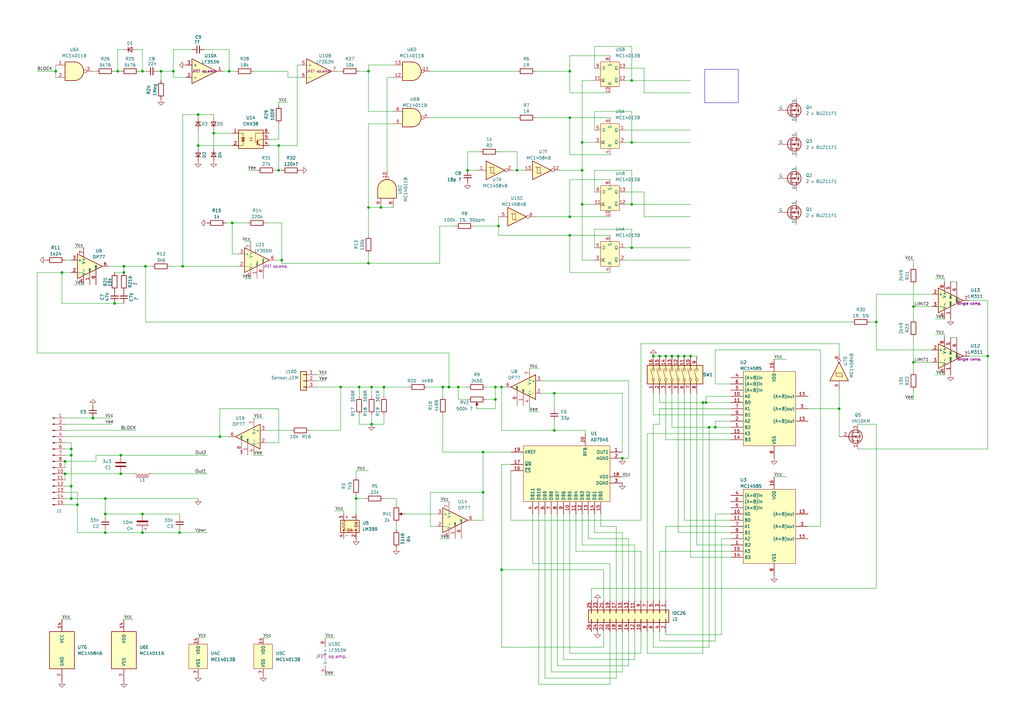
<source format=kicad_sch>
(kicad_sch (version 20230121) (generator eeschema)
  (paper "A3")
  (junction (at 184.15 158.75))
  (junction (at 66.04 29.21))
  (junction (at 29.21 186.69))
  (junction (at 151.13 85.09))
  (junction (at 29.21 184.15))
  (junction (at 212.09 69.85))
  (junction (at 115.57 106.68))
  (junction (at 50.8 109.22))
  (junction (at 204.47 92.71))
  (junction (at 26.67 189.23))
  (junction (at 58.42 218.44))
  (junction (at 147.32 158.75))
  (junction (at 25.4 111.76))
  (junction (at 43.18 210.82))
  (junction (at 259.08 101.6))
  (junction (at 267.97 146.05))
  (junction (at 114.3 69.85))
  (junction (at 259.08 83.82))
  (junction (at 151.13 29.21))
  (junction (at 290.83 175.26))
  (junction (at 22.86 29.21))
  (junction (at 191.77 69.85))
  (junction (at 259.08 33.02))
  (junction (at 374.65 148.59))
  (junction (at 275.59 146.05))
  (junction (at 46.99 124.46))
  (junction (at 405.13 146.05))
  (junction (at 48.26 29.21))
  (junction (at 81.28 46.99))
  (junction (at 181.61 158.75))
  (junction (at 238.76 69.85))
  (junction (at 344.17 167.64))
  (junction (at 227.33 176.53))
  (junction (at 156.21 85.09))
  (junction (at 73.66 218.44))
  (junction (at 288.29 165.1))
  (junction (at 203.2 158.75))
  (junction (at 205.74 233.68))
  (junction (at 49.53 186.69))
  (junction (at 29.21 204.47))
  (junction (at 95.25 91.44))
  (junction (at 31.75 207.01))
  (junction (at 50.8 111.76))
  (junction (at 283.21 146.05))
  (junction (at 139.7 158.75))
  (junction (at 359.41 132.08))
  (junction (at 71.12 29.21))
  (junction (at 114.3 59.69))
  (junction (at 273.05 146.05))
  (junction (at 255.27 187.96))
  (junction (at 81.28 59.69))
  (junction (at 238.76 83.82))
  (junction (at 233.68 88.9))
  (junction (at 151.13 107.95))
  (junction (at 227.33 161.29))
  (junction (at 152.4 173.99))
  (junction (at 74.93 109.22))
  (junction (at 233.68 96.52))
  (junction (at 93.98 29.21))
  (junction (at 87.63 54.61))
  (junction (at 278.13 146.05))
  (junction (at 203.2 163.83))
  (junction (at 293.37 175.26))
  (junction (at 280.67 146.05))
  (junction (at 238.76 58.42))
  (junction (at 90.17 179.07))
  (junction (at 233.68 29.21))
  (junction (at 58.42 210.82))
  (junction (at 152.4 158.75))
  (junction (at 43.18 218.44))
  (junction (at 157.48 158.75))
  (junction (at 187.96 158.75))
  (junction (at 58.42 29.21))
  (junction (at 49.53 194.31))
  (junction (at 233.68 48.26))
  (junction (at 270.51 146.05))
  (junction (at 59.69 109.22))
  (junction (at 146.05 204.47))
  (junction (at 289.56 165.1))
  (junction (at 43.18 204.47))
  (junction (at 374.65 125.73))
  (junction (at 198.12 185.42))
  (junction (at 205.74 158.75))
  (junction (at 259.08 58.42))
  (junction (at 29.21 199.39))
  (junction (at 198.12 201.93))
  (junction (at 38.1 171.45))
  (junction (at 26.67 194.31))
  (wire (pts (xy 66.04 29.21) (xy 64.77 29.21)))
  (wire (pts (xy 233.68 267.97) (xy 262.89 267.97)))
  (wire (pts (xy 227.33 161.29) (xy 255.27 161.29)))
  (wire (pts (xy 186.69 92.71) (xy 180.34 92.71)))
  (wire (pts (xy 405.13 123.19) (xy 405.13 146.05)))
  (wire (pts (xy 387.35 153.67) (xy 383.54 153.67)))
  (wire (pts (xy 102.87 114.3) (xy 100.33 114.3)))
  (wire (pts (xy 25.4 254) (xy 29.21 254)))
  (wire (pts (xy 273.05 161.29) (xy 273.05 180.34)))
  (wire (pts (xy 81.28 261.62) (xy 83.82 261.62)))
  (wire (pts (xy 243.84 19.05) (xy 259.08 19.05)))
  (wire (pts (xy 252.73 278.13) (xy 252.73 259.08)))
  (wire (pts (xy 118.11 31.75) (xy 123.19 31.75)))
  (wire (pts (xy 227.33 172.72) (xy 227.33 176.53)))
  (wire (pts (xy 344.17 140.97) (xy 344.17 144.78)))
  (wire (pts (xy 293.37 143.51) (xy 293.37 157.48)))
  (wire (pts (xy 250.19 73.66) (xy 233.68 73.66)))
  (wire (pts (xy 285.75 223.52) (xy 299.72 223.52)))
  (wire (pts (xy 203.2 158.75) (xy 205.74 158.75)))
  (wire (pts (xy 233.68 22.86) (xy 233.68 29.21)))
  (wire (pts (xy 204.47 88.9) (xy 204.47 92.71)))
  (wire (pts (xy 223.52 278.13) (xy 252.73 278.13)))
  (wire (pts (xy 43.18 204.47) (xy 81.28 204.47)))
  (wire (pts (xy 264.16 27.94) (xy 264.16 38.1)))
  (wire (pts (xy 198.12 201.93) (xy 176.53 201.93)))
  (wire (pts (xy 283.21 58.42) (xy 259.08 58.42)))
  (wire (pts (xy 15.24 29.21) (xy 22.86 29.21)))
  (wire (pts (xy 157.48 173.99) (xy 157.48 170.18)))
  (wire (pts (xy 176.53 29.21) (xy 212.09 29.21)))
  (wire (pts (xy 233.68 96.52) (xy 204.47 96.52)))
  (wire (pts (xy 288.29 165.1) (xy 270.51 165.1)))
  (wire (pts (xy 26.67 199.39) (xy 29.21 199.39)))
  (wire (pts (xy 255.27 195.58) (xy 257.81 195.58)))
  (wire (pts (xy 29.21 204.47) (xy 29.21 199.39)))
  (wire (pts (xy 46.99 124.46) (xy 25.4 124.46)))
  (wire (pts (xy 222.25 156.21) (xy 257.81 156.21)))
  (wire (pts (xy 217.17 168.91) (xy 220.98 168.91)))
  (wire (pts (xy 102.87 99.06) (xy 100.33 99.06)))
  (wire (pts (xy 275.59 146.05) (xy 278.13 146.05)))
  (wire (pts (xy 180.34 92.71) (xy 180.34 107.95)))
  (wire (pts (xy 243.84 101.6) (xy 243.84 93.98)))
  (wire (pts (xy 140.97 210.82) (xy 140.97 209.55)))
  (wire (pts (xy 241.3 220.98) (xy 257.81 220.98)))
  (wire (pts (xy 204.47 62.23) (xy 212.09 62.23)))
  (wire (pts (xy 87.63 54.61) (xy 87.63 60.96)))
  (wire (pts (xy 151.13 29.21) (xy 151.13 45.72)))
  (wire (pts (xy 81.28 46.99) (xy 74.93 46.99)))
  (wire (pts (xy 121.92 26.67) (xy 121.92 59.69)))
  (wire (pts (xy 34.29 101.6) (xy 30.48 101.6)))
  (wire (pts (xy 26.67 171.45) (xy 38.1 171.45)))
  (wire (pts (xy 246.38 215.9) (xy 252.73 215.9)))
  (wire (pts (xy 205.74 233.68) (xy 205.74 190.5)))
  (wire (pts (xy 43.18 204.47) (xy 43.18 210.82)))
  (wire (pts (xy 293.37 175.26) (xy 293.37 172.72)))
  (wire (pts (xy 101.6 69.85) (xy 105.41 69.85)))
  (wire (pts (xy 81.28 48.26) (xy 81.28 46.99)))
  (wire (pts (xy 293.37 262.89) (xy 293.37 210.82)))
  (wire (pts (xy 270.51 173.99) (xy 270.51 167.64)))
  (wire (pts (xy 228.6 210.82) (xy 228.6 273.05)))
  (wire (pts (xy 114.3 41.91) (xy 118.11 41.91)))
  (wire (pts (xy 280.67 161.29) (xy 280.67 213.36)))
  (wire (pts (xy 262.89 267.97) (xy 262.89 259.08)))
  (wire (pts (xy 50.8 109.22) (xy 59.69 109.22)))
  (wire (pts (xy 283.21 146.05) (xy 285.75 146.05)))
  (wire (pts (xy 293.37 210.82) (xy 299.72 210.82)))
  (wire (pts (xy 289.56 162.56) (xy 299.72 162.56)))
  (wire (pts (xy 73.66 218.44) (xy 85.09 218.44)))
  (wire (pts (xy 196.85 62.23) (xy 191.77 62.23)))
  (wire (pts (xy 54.61 194.31) (xy 49.53 194.31)))
  (wire (pts (xy 374.65 160.02) (xy 374.65 163.83)))
  (wire (pts (xy 243.84 69.85) (xy 259.08 69.85)))
  (wire (pts (xy 359.41 132.08) (xy 356.87 132.08)))
  (wire (pts (xy 270.51 167.64) (xy 299.72 167.64)))
  (wire (pts (xy 58.42 29.21) (xy 59.69 29.21)))
  (wire (pts (xy 71.12 20.32) (xy 71.12 29.21)))
  (wire (pts (xy 227.33 161.29) (xy 227.33 167.64)))
  (wire (pts (xy 59.69 132.08) (xy 349.25 132.08)))
  (wire (pts (xy 267.97 265.43) (xy 290.83 265.43)))
  (wire (pts (xy 199.39 158.75) (xy 203.2 158.75)))
  (wire (pts (xy 243.84 78.74) (xy 243.84 69.85)))
  (wire (pts (xy 204.47 92.71) (xy 194.31 92.71)))
  (wire (pts (xy 405.13 184.15) (xy 351.79 184.15)))
  (wire (pts (xy 26.67 191.77) (xy 26.67 189.23)))
  (wire (pts (xy 256.54 106.68) (xy 283.21 106.68)))
  (wire (pts (xy 191.77 69.85) (xy 191.77 62.23)))
  (wire (pts (xy 114.3 59.69) (xy 114.3 69.85)))
  (wire (pts (xy 151.13 104.14) (xy 151.13 107.95)))
  (wire (pts (xy 45.72 171.45) (xy 38.1 171.45)))
  (wire (pts (xy 26.67 207.01) (xy 31.75 207.01)))
  (wire (pts (xy 115.57 107.95) (xy 151.13 107.95)))
  (wire (pts (xy 278.13 218.44) (xy 299.72 218.44)))
  (wire (pts (xy 260.35 270.51) (xy 260.35 259.08)))
  (wire (pts (xy 181.61 162.56) (xy 181.61 158.75)))
  (wire (pts (xy 293.37 157.48) (xy 299.72 157.48)))
  (wire (pts (xy 50.8 254) (xy 54.61 254)))
  (wire (pts (xy 26.67 176.53) (xy 55.88 176.53)))
  (wire (pts (xy 29.21 181.61) (xy 26.67 181.61)))
  (wire (pts (xy 26.67 189.23) (xy 39.37 189.23)))
  (wire (pts (xy 288.29 165.1) (xy 289.56 165.1)))
  (wire (pts (xy 205.74 176.53) (xy 205.74 158.75)))
  (wire (pts (xy 283.21 38.1) (xy 264.16 38.1)))
  (wire (pts (xy 151.13 107.95) (xy 180.34 107.95)))
  (wire (pts (xy 161.29 45.72) (xy 151.13 45.72)))
  (wire (pts (xy 50.8 124.46) (xy 46.99 124.46)))
  (wire (pts (xy 283.21 88.9) (xy 264.16 88.9)))
  (wire (pts (xy 243.84 93.98) (xy 259.08 93.98)))
  (wire (pts (xy 250.19 22.86) (xy 233.68 22.86)))
  (wire (pts (xy 147.32 170.18) (xy 147.32 173.99)))
  (wire (pts (xy 285.75 161.29) (xy 285.75 223.52)))
  (wire (pts (xy 25.4 111.76) (xy 15.24 111.76)))
  (wire (pts (xy 44.45 109.22) (xy 50.8 109.22)))
  (wire (pts (xy 382.27 148.59) (xy 374.65 148.59)))
  (wire (pts (xy 280.67 146.05) (xy 283.21 146.05)))
  (wire (pts (xy 259.08 19.05) (xy 259.08 33.02)))
  (wire (pts (xy 344.17 167.64) (xy 344.17 179.07)))
  (wire (pts (xy 146.05 203.2) (xy 146.05 204.47)))
  (wire (pts (xy 382.27 120.65) (xy 359.41 120.65)))
  (wire (pts (xy 146.05 204.47) (xy 146.05 210.82)))
  (wire (pts (xy 257.81 187.96) (xy 255.27 187.96)))
  (wire (pts (xy 104.14 171.45) (xy 107.95 171.45)))
  (wire (pts (xy 243.84 210.82) (xy 243.84 218.44)))
  (wire (pts (xy 217.17 151.13) (xy 220.98 151.13)))
  (wire (pts (xy 129.54 153.67) (xy 133.35 153.67)))
  (wire (pts (xy 152.4 173.99) (xy 157.48 173.99)))
  (wire (pts (xy 39.37 189.23) (xy 39.37 186.69)))
  (wire (pts (xy 344.17 140.97) (xy 262.89 140.97)))
  (wire (pts (xy 43.18 204.47) (xy 29.21 204.47)))
  (wire (pts (xy 255.27 275.59) (xy 255.27 259.08)))
  (wire (pts (xy 38.1 29.21) (xy 39.37 29.21)))
  (wire (pts (xy 243.84 106.68) (xy 238.76 106.68)))
  (wire (pts (xy 152.4 158.75) (xy 152.4 162.56)))
  (wire (pts (xy 273.05 246.38) (xy 273.05 215.9)))
  (wire (pts (xy 256.54 27.94) (xy 264.16 27.94)))
  (wire (pts (xy 22.86 26.67) (xy 22.86 29.21)))
  (wire (pts (xy 176.53 215.9) (xy 179.07 215.9)))
  (wire (pts (xy 243.84 27.94) (xy 243.84 19.05)))
  (wire (pts (xy 205.74 233.68) (xy 247.65 233.68)))
  (wire (pts (xy 59.69 109.22) (xy 62.23 109.22)))
  (wire (pts (xy 257.81 220.98) (xy 257.81 246.38)))
  (wire (pts (xy 123.19 26.67) (xy 121.92 26.67)))
  (wire (pts (xy 114.3 181.61) (xy 114.3 167.64)))
  (wire (pts (xy 139.7 176.53) (xy 139.7 158.75)))
  (wire (pts (xy 152.4 158.75) (xy 157.48 158.75)))
  (wire (pts (xy 227.33 176.53) (xy 240.03 176.53)))
  (wire (pts (xy 238.76 69.85) (xy 238.76 83.82)))
  (wire (pts (xy 255.27 218.44) (xy 255.27 246.38)))
  (wire (pts (xy 223.52 210.82) (xy 223.52 278.13)))
  (wire (pts (xy 218.44 231.14) (xy 250.19 231.14)))
  (wire (pts (xy 179.07 210.82) (xy 166.37 210.82)))
  (wire (pts (xy 259.08 33.02) (xy 256.54 33.02)))
  (wire (pts (xy 104.14 186.69) (xy 107.95 186.69)))
  (wire (pts (xy 256.54 53.34) (xy 283.21 53.34)))
  (wire (pts (xy 87.63 46.99) (xy 81.28 46.99)))
  (wire (pts (xy 93.98 29.21) (xy 93.98 20.32)))
  (wire (pts (xy 270.51 259.08) (xy 270.51 262.89)))
  (wire (pts (xy 107.95 261.62) (xy 110.49 261.62)))
  (wire (pts (xy 243.84 58.42) (xy 238.76 58.42)))
  (wire (pts (xy 176.53 201.93) (xy 176.53 215.9)))
  (wire (pts (xy 151.13 50.8) (xy 151.13 85.09)))
  (wire (pts (xy 233.68 38.1) (xy 250.19 38.1)))
  (wire (pts (xy 26.67 196.85) (xy 26.67 194.31)))
  (wire (pts (xy 46.99 29.21) (xy 48.26 29.21)))
  (wire (pts (xy 43.18 218.44) (xy 43.18 217.17)))
  (wire (pts (xy 242.57 241.3) (xy 359.41 241.3)))
  (wire (pts (xy 260.35 223.52) (xy 260.35 246.38)))
  (wire (pts (xy 87.63 48.26) (xy 87.63 46.99)))
  (wire (pts (xy 48.26 20.32) (xy 48.26 29.21)))
  (wire (pts (xy 26.67 179.07) (xy 90.17 179.07)))
  (wire (pts (xy 220.98 210.82) (xy 220.98 280.67)))
  (wire (pts (xy 289.56 165.1) (xy 289.56 162.56)))
  (wire (pts (xy 205.74 158.75) (xy 207.01 158.75)))
  (wire (pts (xy 184.15 158.75) (xy 187.96 158.75)))
  (wire (pts (xy 283.21 161.29) (xy 283.21 228.6)))
  (wire (pts (xy 162.56 207.01) (xy 162.56 204.47)))
  (wire (pts (xy 293.37 175.26) (xy 299.72 175.26)))
  (wire (pts (xy 205.74 190.5) (xy 209.55 190.5)))
  (wire (pts (xy 195.58 69.85) (xy 191.77 69.85)))
  (wire (pts (xy 29.21 184.15) (xy 29.21 181.61)))
  (wire (pts (xy 73.66 217.17) (xy 73.66 218.44)))
  (wire (pts (xy 247.65 259.08) (xy 247.65 265.43)))
  (wire (pts (xy 115.57 91.44) (xy 115.57 106.68)))
  (wire (pts (xy 129.54 156.21) (xy 133.35 156.21)))
  (wire (pts (xy 222.25 161.29) (xy 227.33 161.29)))
  (wire (pts (xy 205.74 233.68) (xy 205.74 265.43)))
  (wire (pts (xy 133.35 261.62) (xy 137.16 261.62)))
  (wire (pts (xy 29.21 184.15) (xy 26.67 184.15)))
  (wire (pts (xy 270.51 146.05) (xy 273.05 146.05)))
  (wire (pts (xy 228.6 273.05) (xy 257.81 273.05)))
  (wire (pts (xy 344.17 160.02) (xy 344.17 167.64)))
  (wire (pts (xy 283.21 33.02) (xy 259.08 33.02)))
  (wire (pts (xy 387.35 115.57) (xy 387.35 114.3)))
  (wire (pts (xy 87.63 54.61) (xy 95.25 54.61)))
  (wire (pts (xy 184.15 220.98) (xy 180.34 220.98)))
  (wire (pts (xy 288.29 267.97) (xy 288.29 165.1)))
  (wire (pts (xy 374.65 138.43) (xy 374.65 148.59)))
  (wire (pts (xy 73.66 218.44) (xy 58.42 218.44)))
  (wire (pts (xy 359.41 120.65) (xy 359.41 132.08)))
  (wire (pts (xy 93.98 29.21) (xy 96.52 29.21)))
  (wire (pts (xy 205.74 176.53) (xy 227.33 176.53)))
  (wire (pts (xy 26.67 204.47) (xy 29.21 204.47)))
  (wire (pts (xy 50.8 109.22) (xy 50.8 111.76)))
  (wire (pts (xy 48.26 29.21) (xy 49.53 29.21)))
  (wire (pts (xy 226.06 275.59) (xy 255.27 275.59)))
  (wire (pts (xy 278.13 161.29) (xy 278.13 218.44)))
  (wire (pts (xy 181.61 158.75) (xy 184.15 158.75)))
  (wire (pts (xy 275.59 175.26) (xy 290.83 175.26)))
  (wire (pts (xy 187.96 163.83) (xy 187.96 158.75)))
  (wire (pts (xy 270.51 165.1) (xy 270.51 161.29)))
  (wire (pts (xy 344.17 167.64) (xy 331.47 167.64)))
  (wire (pts (xy 238.76 69.85) (xy 229.87 69.85)))
  (wire (pts (xy 73.66 212.09) (xy 73.66 210.82)))
  (wire (pts (xy 50.8 20.32) (xy 48.26 20.32)))
  (wire (pts (xy 95.25 104.14) (xy 95.25 91.44)))
  (wire (pts (xy 273.05 146.05) (xy 275.59 146.05)))
  (wire (pts (xy 238.76 58.42) (xy 238.76 69.85)))
  (wire (pts (xy 218.44 210.82) (xy 218.44 231.14)))
  (wire (pts (xy 283.21 228.6) (xy 299.72 228.6)))
  (wire (pts (xy 295.91 220.98) (xy 299.72 220.98)))
  (wire (pts (xy 31.75 201.93) (xy 26.67 201.93)))
  (wire (pts (xy 29.21 111.76) (xy 25.4 111.76)))
  (wire (pts (xy 76.2 31.75) (xy 71.12 31.75)))
  (wire (pts (xy 387.35 137.16) (xy 383.54 137.16)))
  (wire (pts (xy 140.97 209.55) (xy 137.16 209.55)))
  (wire (pts (xy 382.27 125.73) (xy 374.65 125.73)))
  (wire (pts (xy 43.18 210.82) (xy 43.18 212.09)))
  (wire (pts (xy 280.67 213.36) (xy 299.72 213.36)))
  (wire (pts (xy 138.43 29.21) (xy 139.7 29.21)))
  (wire (pts (xy 114.3 69.85) (xy 115.57 69.85)))
  (wire (pts (xy 71.12 29.21) (xy 66.04 29.21)))
  (wire (pts (xy 231.14 270.51) (xy 260.35 270.51)))
  (wire (pts (xy 93.98 29.21) (xy 91.44 29.21)))
  (wire (pts (xy 147.32 173.99) (xy 152.4 173.99)))
  (wire (pts (xy 231.14 210.82) (xy 231.14 270.51)))
  (wire (pts (xy 238.76 223.52) (xy 260.35 223.52)))
  (wire (pts (xy 243.84 218.44) (xy 255.27 218.44)))
  (wire (pts (xy 392.43 115.57) (xy 389.89 115.57)))
  (wire (pts (xy 95.25 91.44) (xy 92.71 91.44)))
  (wire (pts (xy 69.85 109.22) (xy 74.93 109.22)))
  (wire (pts (xy 129.54 158.75) (xy 139.7 158.75)))
  (wire (pts (xy 114.3 59.69) (xy 110.49 59.69)))
  (wire (pts (xy 151.13 50.8) (xy 161.29 50.8)))
  (wire (pts (xy 219.71 29.21) (xy 233.68 29.21)))
  (wire (pts (xy 49.53 186.69) (xy 85.09 186.69)))
  (wire (pts (xy 247.65 265.43) (xy 205.74 265.43)))
  (wire (pts (xy 15.24 111.76) (xy 15.24 144.78)))
  (wire (pts (xy 133.35 276.86) (xy 137.16 276.86)))
  (wire (pts (xy 181.61 185.42) (xy 198.12 185.42)))
  (wire (pts (xy 147.32 158.75) (xy 147.32 162.56)))
  (wire (pts (xy 283.21 83.82) (xy 259.08 83.82)))
  (wire (pts (xy 252.73 215.9) (xy 252.73 246.38)))
  (wire (pts (xy 121.92 59.69) (xy 114.3 59.69)))
  (wire (pts (xy 267.97 161.29) (xy 267.97 170.18)))
  (wire (pts (xy 198.12 185.42) (xy 209.55 185.42)))
  (wire (pts (xy 238.76 210.82) (xy 238.76 223.52)))
  (wire (pts (xy 270.51 262.89) (xy 293.37 262.89)))
  (wire (pts (xy 58.42 29.21) (xy 58.42 20.32)))
  (wire (pts (xy 176.53 48.26) (xy 212.09 48.26)))
  (wire (pts (xy 220.98 280.67) (xy 250.19 280.67)))
  (wire (pts (xy 233.68 210.82) (xy 233.68 267.97)))
  (wire (pts (xy 259.08 83.82) (xy 256.54 83.82)))
  (wire (pts (xy 114.3 50.8) (xy 114.3 57.15)))
  (wire (pts (xy 217.17 166.37) (xy 217.17 168.91)))
  (wire (pts (xy 156.21 85.09) (xy 161.29 85.09)))
  (wire (pts (xy 109.22 91.44) (xy 115.57 91.44)))
  (wire (pts (xy 255.27 185.42) (xy 255.27 161.29)))
  (wire (pts (xy 195.58 167.64) (xy 203.2 167.64)))
  (wire (pts (xy 331.47 215.9) (xy 336.55 215.9)))
  (wire (pts (xy 49.53 194.31) (xy 26.67 194.31)))
  (wire (pts (xy 114.3 43.18) (xy 114.3 41.91)))
  (wire (pts (xy 81.28 59.69) (xy 95.25 59.69)))
  (wire (pts (xy 265.43 259.08) (xy 265.43 267.97)))
  (wire (pts (xy 212.09 69.85) (xy 210.82 69.85)))
  (wire (pts (xy 246.38 210.82) (xy 246.38 215.9)))
  (wire (pts (xy 127 176.53) (xy 139.7 176.53)))
  (wire (pts (xy 250.19 231.14) (xy 250.19 246.38)))
  (wire (pts (xy 226.06 210.82) (xy 226.06 275.59)))
  (wire (pts (xy 238.76 33.02) (xy 238.76 58.42)))
  (wire (pts (xy 264.16 78.74) (xy 264.16 88.9)))
  (wire (pts (xy 29.21 186.69) (xy 29.21 184.15)))
  (wire (pts (xy 151.13 85.09) (xy 156.21 85.09)))
  (wire (pts (xy 212.09 62.23) (xy 212.09 69.85)))
  (wire (pts (xy 31.75 207.01) (xy 31.75 218.44)))
  (wire (pts (xy 115.57 106.68) (xy 113.03 106.68)))
  (wire (pts (xy 198.12 185.42) (xy 198.12 201.93)))
  (wire (pts (xy 317.5 195.58) (xy 322.58 195.58)))
  (wire (pts (xy 265.43 177.8) (xy 299.72 177.8)))
  (wire (pts (xy 270.51 226.06) (xy 299.72 226.06)))
  (wire (pts (xy 59.69 132.08) (xy 59.69 109.22)))
  (wire (pts (xy 161.29 26.67) (xy 151.13 26.67)))
  (wire (pts (xy 374.65 125.73) (xy 374.65 130.81)))
  (wire (pts (xy 22.86 29.21) (xy 22.86 31.75)))
  (wire (pts (xy 71.12 20.32) (xy 78.74 20.32)))
  (wire (pts (xy 151.13 26.67) (xy 151.13 29.21)))
  (wire (pts (xy 203.2 167.64) (xy 203.2 163.83)))
  (wire (pts (xy 25.4 124.46) (xy 25.4 111.76)))
  (wire (pts (xy 250.19 48.26) (xy 233.68 48.26)))
  (wire (pts (xy 267.97 259.08) (xy 267.97 265.43)))
  (wire (pts (xy 256.54 78.74) (xy 264.16 78.74)))
  (wire (pts (xy 29.21 199.39) (xy 29.21 186.69)))
  (wire (pts (xy 238.76 106.68) (xy 238.76 83.82)))
  (wire (pts (xy 87.63 53.34) (xy 87.63 54.61)))
  (wire (pts (xy 259.08 101.6) (xy 256.54 101.6)))
  (wire (pts (xy 90.17 167.64) (xy 90.17 179.07)))
  (wire (pts (xy 273.05 215.9) (xy 299.72 215.9)))
  (wire (pts (xy 187.96 158.75) (xy 191.77 158.75)))
  (wire (pts (xy 151.13 85.09) (xy 151.13 96.52)))
  (wire (pts (xy 233.68 111.76) (xy 233.68 96.52)))
  (wire (pts (xy 242.57 241.3) (xy 242.57 246.38)))
  (wire (pts (xy 194.31 213.36) (xy 198.12 213.36)))
  (wire (pts (xy 90.17 179.07) (xy 93.98 179.07)))
  (wire (pts (xy 73.66 210.82) (xy 58.42 210.82)))
  (wire (pts (xy 233.68 63.5) (xy 250.19 63.5)))
  (wire (pts (xy 259.08 69.85) (xy 259.08 83.82)))
  (wire (pts (xy 110.49 57.15) (xy 114.3 57.15)))
  (wire (pts (xy 43.18 218.44) (xy 58.42 218.44)))
  (wire (pts (xy 236.22 210.82) (xy 236.22 226.06)))
  (wire (pts (xy 359.41 143.51) (xy 382.27 143.51)))
  (wire (pts (xy 74.93 109.22) (xy 97.79 109.22)))
  (wire (pts (xy 374.65 106.68) (xy 372.11 106.68)))
  (wire (pts (xy 199.39 163.83) (xy 203.2 163.83)))
  (wire (pts (xy 209.55 193.04) (xy 209.55 213.36)))
  (wire (pts (xy 259.08 58.42) (xy 256.54 58.42)))
  (wire (pts (xy 198.12 201.93) (xy 198.12 213.36)))
  (wire (pts (xy 240.03 177.8) (xy 240.03 176.53)))
  (wire (pts (xy 158.75 31.75) (xy 158.75 69.85)))
  (wire (pts (xy 387.35 130.81) (xy 383.54 130.81)))
  (wire (pts (xy 31.75 218.44) (xy 43.18 218.44)))
  (wire (pts (xy 359.41 132.08) (xy 359.41 143.51)))
  (wire (pts (xy 233.68 73.66) (xy 233.68 88.9)))
  (wire (pts (xy 290.83 265.43) (xy 290.83 175.26)))
  (wire (pts (xy 152.4 170.18) (xy 152.4 173.99)))
  (wire (pts (xy 113.03 69.85) (xy 114.3 69.85)))
  (wire (pts (xy 162.56 204.47) (xy 157.48 204.47)))
  (wire (pts (xy 405.13 146.05) (xy 397.51 146.05)))
  (wire (pts (xy 247.65 233.68) (xy 247.65 246.38)))
  (wire (pts (xy 57.15 29.21) (xy 58.42 29.21)))
  (wire (pts (xy 31.75 207.01) (xy 31.75 201.93)))
  (wire (pts (xy 243.84 33.02) (xy 238.76 33.02)))
  (wire (pts (xy 262.89 226.06) (xy 262.89 246.38)))
  (wire (pts (xy 58.42 20.32) (xy 55.88 20.32)))
  (wire (pts (xy 118.11 29.21) (xy 118.11 31.75)))
  (wire (pts (xy 109.22 176.53) (xy 119.38 176.53)))
  (wire (pts (xy 267.97 170.18) (xy 299.72 170.18)))
  (wire (pts (xy 233.68 48.26) (xy 233.68 63.5)))
  (wire (pts (xy 374.65 109.22) (xy 374.65 106.68)))
  (wire (pts (xy 275.59 161.29) (xy 275.59 175.26)))
  (wire (pts (xy 204.47 92.71) (xy 204.47 96.52)))
  (wire (pts (xy 295.91 260.35) (xy 295.91 220.98)))
  (wire (pts (xy 262.89 140.97) (xy 262.89 213.36)))
  (wire (pts (xy 62.23 194.31) (xy 85.09 194.31)))
  (wire (pts (xy 81.28 53.34) (xy 81.28 59.69)))
  (wire (pts (xy 50.8 111.76) (xy 46.99 111.76)))
  (wire (pts (xy 250.19 280.67) (xy 250.19 259.08)))
  (wire (pts (xy 203.2 163.83) (xy 203.2 158.75)))
  (wire (pts (xy 359.41 173.99) (xy 351.79 173.99)))
  (wire (pts (xy 387.35 114.3) (xy 383.54 114.3)))
  (wire (pts (xy 405.13 184.15) (xy 405.13 146.05)))
  (wire (pts (xy 290.83 175.26) (xy 293.37 175.26)))
  (wire (pts (xy 243.84 83.82) (xy 238.76 83.82)))
  (wire (pts (xy 265.43 246.38) (xy 265.43 177.8)))
  (wire (pts (xy 147.32 158.75) (xy 152.4 158.75)))
  (wire (pts (xy 273.05 259.08) (xy 273.05 260.35)))
  (wire (pts (xy 243.84 53.34) (xy 243.84 45.72)))
  (wire (pts (xy 241.3 210.82) (xy 241.3 220.98)))
  (wire (pts (xy 146.05 195.58) (xy 146.05 193.04)))
  (wire (pts (xy 317.5 147.32) (xy 322.58 147.32)))
  (wire (pts (xy 267.97 146.05) (xy 270.51 146.05)))
  (wire (pts (xy 374.65 116.84) (xy 374.65 125.73)))
  (wire (pts (xy 374.65 163.83) (xy 372.11 163.83)))
  (wire (pts (xy 299.72 165.1) (xy 289.56 165.1)))
  (wire (pts (xy 273.05 260.35) (xy 295.91 260.35)))
  (wire (pts (xy 283.21 101.6) (xy 259.08 101.6)))
  (wire (pts (xy 109.22 181.61) (xy 114.3 181.61)))
  (wire (pts (xy 83.82 20.32) (xy 93.98 20.32)))
  (wire (pts (xy 115.57 107.95) (xy 115.57 106.68)))
  (wire (pts (xy 397.51 123.19) (xy 405.13 123.19)))
  (wire (pts (xy 233.68 48.26) (xy 219.71 48.26)))
  (wire (pts (xy 236.22 226.06) (xy 262.89 226.06)))
  (wire (pts (xy 209.55 213.36) (xy 262.89 213.36)))
  (wire (pts (xy 293.37 172.72) (xy 299.72 172.72)))
  (wire (pts (xy 175.26 158.75) (xy 181.61 158.75)))
  (wire (pts (xy 34.29 116.84) (xy 30.48 116.84)))
  (wire (pts (xy 81.28 59.69) (xy 81.28 60.96)))
  (wire (pts (xy 97.79 104.14) (xy 95.25 104.14)))
  (wire (pts (xy 257.81 156.21) (xy 257.81 187.96)))
  (wire (pts (xy 278.13 146.05) (xy 280.67 146.05)))
  (wire (pts (xy 214.63 69.85) (xy 212.09 69.85)))
  (wire (pts (xy 267.97 173.99) (xy 270.51 173.99)))
  (wire (pts (xy 191.77 163.83) (xy 187.96 163.83)))
  (wire (pts (xy 233.68 88.9) (xy 219.71 88.9)))
  (wire (pts (xy 66.04 33.02) (xy 66.04 29.21)))
  (wire (pts (xy 250.19 96.52) (xy 233.68 96.52)))
  (wire (pts (xy 184.15 144.78) (xy 184.15 158.75)))
  (wire (pts (xy 114.3 167.64) (xy 90.17 167.64)))
  (wire (pts (xy 26.67 173.99) (xy 45.72 173.99)))
  (wire (pts (xy 71.12 31.75) (xy 71.12 29.21)))
  (wire (pts (xy 259.08 93.98) (xy 259.08 101.6)))
  (wire (pts (xy 184.15 205.74) (xy 180.34 205.74)))
  (wire (pts (xy 95.25 91.44) (xy 101.6 91.44)))
  (wire (pts (xy 265.43 267.97) (xy 288.29 267.97)))
  (wire (pts (xy 392.43 138.43) (xy 389.89 138.43)))
  (wire (pts (xy 273.05 180.34) (xy 299.72 180.34)))
  (wire (pts (xy 250.19 88.9) (xy 233.68 88.9)))
  (wire (pts (xy 157.48 158.75) (xy 157.48 162.56)))
  (wire (pts (xy 267.97 246.38) (xy 267.97 173.99)))
  (wire (pts (xy 29.21 106.68) (xy 26.67 106.68)))
  (wire (pts (xy 270.51 226.06) (xy 270.51 246.38)))
  (wire (pts (xy 147.32 29.21) (xy 151.13 29.21)))
  (wire (pts (xy 387.35 138.43) (xy 387.35 137.16)))
  (wire (pts (xy 146.05 193.04) (xy 151.13 193.04)))
  (wire (pts (xy 250.19 111.76) (xy 233.68 111.76)))
  (wire (pts (xy 26.67 186.69) (xy 29.21 186.69)))
  (wire (pts (xy 158.75 31.75) (xy 161.29 31.75)))
  (wire (pts (xy 257.81 273.05) (xy 257.81 259.08)))
  (wire (pts (xy 104.14 29.21) (xy 118.11 29.21)))
  (wire (pts (xy 243.84 45.72) (xy 259.08 45.72)))
  (wire (pts (xy 181.61 170.18) (xy 181.61 185.42)))
  (wire (pts (xy 149.86 204.47) (xy 146.05 204.47)))
  (wire (pts (xy 374.65 148.59) (xy 374.65 152.4)))
  (wire (pts (xy 58.42 210.82) (xy 43.18 210.82)))
  (wire (pts (xy 74.93 46.99) (xy 74.93 109.22)))
  (wire (pts (xy 259.08 45.72) (xy 259.08 58.42)))
  (wire (pts (xy 162.56 214.63) (xy 162.56 217.17)))
  (wire (pts (xy 233.68 29.21) (xy 233.68 38.1)))
  (wire (pts (xy 359.41 173.99) (xy 359.41 241.3)))
  (wire (pts (xy 39.37 186.69) (xy 49.53 186.69)))
  (wire (pts (xy 336.55 215.9) (xy 336.55 143.51)))
  (wire (pts (xy 157.48 158.75) (xy 167.64 158.75)))
  (wire (pts (xy 15.24 144.78) (xy 184.15 144.78)))
  (wire (pts (xy 336.55 143.51) (xy 293.37 143.51)))
  (wire (pts (xy 139.7 158.75) (xy 147.32 158.75)))
  (rectangle (start 289.052 28.448) (end 302.768 42.164))
  (label "Vee" (at 184.15 220.98 180))
  (label "Vee" (at 217.17 168.91 0))
  (label "Vee" (at 130.81 156.21 0))
  (label "Vcc" (at 149.86 193.04 180))
  (label "Vcc" (at 133.35 261.62 0))
  (label "Vee" (at 387.35 130.81 180))
  (label "Vee" (at 374.65 163.83 180))
  (label "Vcc" (at 102.87 99.06 180))
  (label "BLOCK" (at 49.53 176.53 0))
  (label "Vcc" (at 107.95 261.62 0))
  (label "Vee" (at 101.6 69.85 0))
  (label "Vcc" (at 255.27 195.58 0))
  (label "Vcc" (at 374.65 106.68 180))
  (label "Vpwr" (at 80.01 218.44 0))
  (label "Vcc" (at 50.8 254 0))
  (label "Out2" (at 80.01 186.69 0))
  (label "Vcc" (at 81.28 261.62 0))
  (label "Vcc" (at 317.5 195.58 0))
  (label "Vee" (at 34.29 116.84 180))
  (label "Vcc" (at 114.3 41.91 0))
  (label "BLOCK" (at 15.24 29.21 0))
  (label "Vcc" (at 140.97 209.55 180))
  (label "Vee" (at 43.18 173.99 0))
  (label "Vcc" (at 130.81 153.67 0))
  (label "Vee" (at 387.35 153.67 180))
  (label "Vcc" (at 217.17 151.13 0))
  (label "Vcc" (at 43.18 171.45 0))
  (label "Out1" (at 80.01 194.31 0))
  (label "Vee" (at 104.14 186.69 0))
  (label "Vcc" (at 184.15 205.74 180))
  (label "Vcc" (at 387.35 137.16 180))
  (label "Vcc" (at 387.35 114.3 180))
  (label "Vee" (at 133.35 276.86 0))
  (label "Vcc" (at 317.5 147.32 0))
  (label "Vcc" (at 104.14 171.45 0))
  (label "LIMIT1" (at 381 148.59 180))
  (label "Vcc" (at 34.29 101.6 180))
  (label "Vcc" (at 25.4 254 0))
  (label "Vee" (at 102.87 114.3 180))
  (label "LIMIT2" (at 381 125.73 180))
  (symbol (lib_id "Device:R") (at 100.33 29.21 90) (unit 1)
    (property "Reference" "R28" (at 100.33 24.13 90))
    (property "Value" "18k" (at 100.33 26.67 90))
  )
  (symbol (lib_id "power:GND") (at 85.09 91.44 270) (mirror x) (unit 1)
    (property "Reference" "#PWR022" (effects hide))
    (property "Value" "GND" (effects hide))
  )
  (symbol (lib_id "Device:R") (at 146.05 199.39 0) (mirror y) (unit 1)
    (property "Reference" "R3" (at 140.97 199.39 90))
    (property "Value" "7k5" (at 143.51 199.39 90))
  )
  (symbol (lib_id "Device:C") (at 49.53 190.5 180) (unit 1)
    (property "Reference" "C1" (at 45.72 191.77 0) (effects (justify left)))
    (property "Value" "3u3" (at 45.72 189.23 0) (effects (justify left)))
  )
  (symbol (lib_id "Amplifier_Operational:OP77") (at 101.6 179.07 0) (mirror y) (unit 1)
    (property "Reference" "U16" (at 96.52 171.45 0) (effects (justify right)))
    (property "Value" "OP77" (at 95.25 173.99 0) (effects (justify right)))
    (property "Datasheet" "https://www.analog.com/media/en/technical-documentation/data-sheets/OP77.pdf" (effects hide))
    (property "No_pin_8" "X" (at 99.06 185.42 0))
  )
  (symbol (lib_id "Device:C_Small") (at 62.23 29.21 90) (mirror x) (unit 1)
    (property "Reference" "C8" (at 60.96 24.13 90) (effects (justify right)))
    (property "Value" "22n" (at 60.5224 26.1615 90) (effects (justify right)))
  )
  (symbol (lib_id "Device:Opamp_Dual") (at 130.81 29.21 0) (unit 2)
    (property "Reference" "U10" (at 133.35 22.86 0))
    (property "Value" "LF353N" (at 133.35 25.4 0))
    (property "Sim.Library" "${KICAD7_SYMBOL_DIR}/Simulation_SPICE.sp" (effects hide))
    (property "Sim.Name" "kicad_builtin_opamp_dual" (effects hide))
    (property "Sim.Device" "SUBCKT" (effects hide))
    (property "Sim.Pins" "1=out1 2=in1- 3=in1+ 4=vee 5=in2+ 6=in2- 7=out2 8=vcc" (effects hide))
    (property "Description" "JFET op.amp." (at 130.81 29.21 0) (effects (font (size 1 1))))
  )
  (symbol (lib_id "power:GND") (at 81.28 204.47 0) (unit 1)
    (property "Reference" "#PWR013" (effects hide))
    (property "Value" "GND" (effects hide))
  )
  (symbol (lib_id "Device:R") (at 215.9 29.21 90) (unit 1)
    (property "Reference" "R6" (at 215.9 24.13 90))
    (property "Value" "1R" (at 215.9 26.67 90))
  )
  (symbol (lib_id "power:GND") (at 38.1 166.37 180) (unit 1)
    (property "Reference" "#PWR012" (effects hide))
    (property "Value" "GND" (effects hide))
  )
  (symbol (lib_id "kpole:MC14585") (at 304.8 152.4 0) (unit 1)
    (property "Reference" "U2" (at 303.53 148.59 0) (effects (justify left)))
    (property "Value" "MC14585" (at 303.53 151.13 0) (effects (justify left)))
  )
  (symbol (lib_id "Device:Q_NMOS_SGD") (at 349.25 179.07 0) (unit 1)
    (property "Reference" "Q5" (at 350.52 170.18 0) (effects (justify left)))
    (property "Value" "VN10KM" (at 349.25 172.72 0) (effects (justify left)))
  )
  (symbol (lib_id "4xxx:4011") (at 50.8 266.7 0) (unit 5)
    (property "Reference" "U6" (at 57.15 265.43 0) (effects (justify left)))
    (property "Value" "MC14011B" (at 57.15 267.97 0) (effects (justify left)))
    (property "Datasheet" "http://www.intersil.com/content/dam/Intersil/documents/cd40/cd4011bms-12bms-23bms.pdf" (effects hide))
  )
  (symbol (lib_id "power:GND") (at 107.95 276.86 0) (unit 1)
    (property "Reference" "#PWR018" (effects hide))
    (property "Value" "GND" (effects hide))
  )
  (symbol (lib_id "Device:R") (at 147.32 166.37 0) (mirror x) (unit 1)
    (property "Reference" "R17" (at 144.78 168.91 90))
    (property "Value" "309R" (at 144.78 162.56 90))
  )
  (symbol (lib_id "Device:R") (at 119.38 69.85 90) (unit 1)
    (property "Reference" "R32" (at 119.38 64.77 90))
    (property "Value" "120k?" (at 119.38 67.31 90))
  )
  (symbol (lib_id "74xx:74HC14") (at 25.4 266.7 0) (unit 7)
    (property "Reference" "U7" (at 31.75 265.43 0) (effects (justify left)))
    (property "Value" "MC14584B" (at 31.75 267.97 0) (effects (justify left)))
    (property "Datasheet" "http://www.ti.com/lit/gpn/sn74HC14" (effects hide))
  )
  (symbol (lib_id "power:GND") (at 152.4 173.99 0) (unit 1)
    (property "Reference" "#PWR011" (effects hide))
    (property "Value" "GND" (effects hide))
  )
  (symbol (lib_id "Device:R") (at 43.18 29.21 90) (unit 1)
    (property "Reference" "R26" (at 43.18 24.13 90))
    (property "Value" "5k76" (at 43.18 26.67 90))
  )
  (symbol (lib_id "Device:R") (at 152.4 166.37 0) (mirror x) (unit 1)
    (property "Reference" "R18" (at 149.86 168.91 90))
    (property "Value" "309R" (at 149.86 162.56 90))
  )
  (symbol (lib_id "Device:C_Small") (at 43.18 214.63 180) (unit 1)
    (property "Reference" "C2" (at 40.64 215.8937 0) (effects (justify left)))
    (property "Value" "33n" (at 40.64 213.3537 0) (effects (justify left)))
  )
  (symbol (lib_id "power:GND") (at 191.77 74.93 0) (mirror y) (unit 1)
    (property "Reference" "#PWR019" (effects hide))
    (property "Value" "GND" (effects hide))
  )
  (symbol (lib_id "Device:R") (at 66.04 36.83 0) (mirror y) (unit 1)
    (property "Reference" "R24" (at 60.96 36.83 90))
    (property "Value" "1Meg" (at 63.5 36.83 90))
  )
  (symbol (lib_id "power:GND") (at 389.89 130.81 0) (mirror y) (unit 1)
    (property "Reference" "#PWR014" (effects hide))
    (property "Value" "GND" (effects hide))
  )
  (symbol (lib_id "Comparator:LM311") (at 389.89 123.19 0) (unit 1)
    (property "Reference" "U13" (at 400.05 118.9991 0))
    (property "Value" "LM311" (at 400.05 121.5391 0))
    (property "Datasheet" "https://www.st.com/resource/en/datasheet/lm311.pdf" (effects hide))
    (property "Description" "Single comp." (at 397.51 124.46 0) (effects (font (size 1 1))))
  )
  (symbol (lib_id "Device:R_Potentiometer") (at 162.56 210.82 0) (unit 1)
    (property "Reference" "RV1" (at 158.75 210.82 0))
    (property "Value" "2k" (at 158.75 213.36 0))
  )
  (symbol (lib_id "power:GND") (at 267.97 146.05 180) (unit 1)
    (property "Reference" "#PWR04" (effects hide))
    (property "Value" "GND" (effects hide))
  )
  (symbol (lib_id "Device:R") (at 53.34 29.21 90) (unit 1)
    (property "Reference" "R25" (at 53.34 24.13 90))
    (property "Value" "5k76" (at 53.34 26.67 90))
  )
  (symbol (lib_id "power:GND") (at 81.28 66.04 0) (unit 1)
    (property "Reference" "#PWR020" (effects hide))
    (property "Value" "GND" (effects hide))
  )
  (symbol (lib_id "Device:R") (at 66.04 109.22 270) (mirror x) (unit 1)
    (property "Reference" "R12" (at 66.04 104.14 90))
    (property "Value" "3k6" (at 66.04 106.68 90))
  )
  (symbol (lib_id "Device:R") (at 374.65 156.21 180) (unit 1)
    (property "Reference" "R22" (at 372.11 156.21 90))
    (property "Value" "10k" (at 369.57 156.21 90))
  )
  (symbol (lib_id "power:GND") (at 245.11 246.38 180) (unit 1)
    (property "Reference" "#PWR05" (effects hide))
    (property "Value" "GND" (effects hide))
  )
  (symbol (lib_id "Device:R") (at 46.99 115.57 180) (unit 1)
    (property "Reference" "R21" (at 43.18 115.57 90))
    (property "Value" "10k" (at 44.9944 115.7714 90))
  )
  (symbol (lib_id "Device:R") (at 215.9 48.26 90) (unit 1)
    (property "Reference" "R7" (at 215.9 43.18 90))
    (property "Value" "1R" (at 215.9 45.72 90))
  )
  (symbol (lib_id "power:GND") (at 317.5 236.22 0) (unit 1)
    (property "Reference" "#PWR01" (effects hide))
    (property "Value" "GND" (effects hide))
  )
  (symbol (lib_id "Device:D_Small") (at 53.34 20.32 0) (unit 1)
    (property "Reference" "D1" (at 53.34 17.78 0))
    (property "Value" "D_Small" (effects hide))
    (property "Sim.Device" "D" (effects hide))
    (property "Sim.Pins" "1=K 2=A" (effects hide))
  )
  (symbol (lib_id "power:GND") (at 255.27 198.12 0) (unit 1)
    (property "Reference" "#PWR02" (effects hide))
    (property "Value" "GND" (effects hide))
  )
  (symbol (lib_id "Switch:SW_DIP_x08") (at 278.13 153.67 90) (unit 1)
    (property "Reference" "SW1" (at 288.29 153.67 90) (effects (justify right)))
    (property "Value" "SW_DIP_x08" (effects hide))
  )
  (symbol (lib_id "74xx:74HC14") (at 203.2 69.85 0) (mirror x) (unit 1)
    (property "Reference" "U7" (at 205.74 73.66 0) (effects (justify right)))
    (property "Value" "MC14584B" (at 208.28 76.2 0) (effects (justify right)))
    (property "Datasheet" "http://www.ti.com/lit/gpn/sn74HC14" (effects hide))
  )
  (symbol (lib_id "Device:C_Small") (at 227.33 170.18 180) (unit 1)
    (property "Reference" "C6" (at 229.87 168.9036 0) (effects (justify right)))
    (property "Value" "33p" (at 229.87 171.4436 0) (effects (justify right)))
  )
  (symbol (lib_id "Device:R") (at 50.8 115.57 0) (mirror x) (unit 1)
    (property "Reference" "R21b" (at 53.34 115.57 90))
    (property "Value" "?" (at 55.4423 116.4193 90))
  )
  (symbol (lib_id "Comparator:LM311") (at 389.89 146.05 0) (unit 1)
    (property "Reference" "U12" (at 400.05 141.8591 0))
    (property "Value" "LM311" (at 400.05 144.3991 0))
    (property "Datasheet" "https://www.st.com/resource/en/datasheet/lm311.pdf" (effects hide))
    (property "Description" "Single comp." (at 397.51 147.32 0) (effects (font (size 1 1))))
  )
  (symbol (lib_id "kpole:AD7545") (at 214.63 182.88 0) (unit 1)
    (property "Reference" "U1" (at 242.2241 177.8 0) (effects (justify left)))
    (property "Value" "AD7545" (at 242.2241 180.34 0) (effects (justify left)))
  )
  (symbol (lib_id "Device:D_Small") (at 87.63 63.5 270) (unit 1)
    (property "Reference" "D4" (at 90.17 63.5 0))
    (property "Value" "D_Small" (effects hide))
    (property "Sim.Device" "D" (effects hide))
    (property "Sim.Pins" "1=K 2=A" (effects hide))
  )
  (symbol (lib_id "74xx:74HC14") (at 212.09 88.9 0) (mirror x) (unit 3)
    (property "Reference" "U15" (at 214.63 81.28 0) (effects (justify right)))
    (property "Value" "MC14584B" (at 215.9 83.82 0) (effects (justify right)))
    (property "Datasheet" "http://www.ti.com/lit/gpn/sn74HC14" (effects hide))
  )
  (symbol (lib_id "power:GND") (at 81.28 276.86 0) (unit 1)
    (property "Reference" "#PWR017" (effects hide))
    (property "Value" "GND" (effects hide))
  )
  (symbol (lib_id "kpole:MC14013B") (at 246.38 76.2 0) (unit 2)
    (property "Reference" "U4" (at 252.3841 71.12 0) (effects (justify left)))
    (property "Value" "MC14013B" (at 252.3841 73.66 0) (effects (justify left)))
  )
  (symbol (lib_id "Device:R") (at 374.65 134.62 180) (unit 1)
    (property "Reference" "R23" (at 372.11 134.62 90))
    (property "Value" "2k49" (at 369.57 134.62 90))
  )
  (symbol (lib_id "Reference_Voltage:LM399") (at 143.51 215.9 0) (unit 1)
    (property "Reference" "U5" (at 148.59 214.503 0) (effects (justify left)))
    (property "Value" "LM399" (at 148.59 217.043 0) (effects (justify left)))
    (property "Footprint" "Package_TO_SOT_THT:Analog_TO-46-4_ThermalShield" (effects hide))
    (property "Datasheet" "https://www.analog.com/media/en/technical-documentation/data-sheets/199399fc.pdf" (effects hide))
  )
  (symbol (lib_id "Device:R") (at 190.5 92.71 90) (unit 1)
    (property "Reference" "R8" (at 190.5 87.63 90))
    (property "Value" "100k, 1%, 50ppm" (at 190.5 90.17 90))
  )
  (symbol (lib_id "Amplifier_Operational:OP77") (at 36.83 109.22 0) (unit 1)
    (property "Reference" "U9" (at 41.91 102.87 0) (effects (justify right)))
    (property "Value" "OP77" (at 43.18 105.41 0) (effects (justify right)))
    (property "Datasheet" "https://www.analog.com/media/en/technical-documentation/data-sheets/OP77.pdf" (effects hide))
  )
  (symbol (lib_id "power:GND") (at 146.05 220.98 0) (mirror y) (unit 1)
    (property "Reference" "#PWR08" (effects hide))
    (property "Value" "GND" (effects hide))
  )
  (symbol (lib_id "Connector_Generic:Conn_01x03") (at 124.46 156.21 0) (mirror y) (unit 1)
    (property "Reference" "J100" (at 119.38 152.4 0))
    (property "Value" "Sensor_LEM" (at 116.84 154.94 0))
  )
  (symbol (lib_id "Device:R") (at 162.56 220.98 0) (mirror x) (unit 1)
    (property "Reference" "R4" (at 167.64 220.98 90))
    (property "Value" "51k6" (at 165.1 220.98 90))
  )
  (symbol (lib_id "Simulation_SPICE:NMOS") (at 324.104 45.212 0) (mirror x) (unit 1)
    (property "Reference" "Q4" (at 330.454 43.942 0) (effects (justify left)))
    (property "Value" "2 x BUZ11F1" (at 330.454 46.482 0) (effects (justify left)))
    (property "Datasheet" "https://ngspice.sourceforge.io/docs/ngspice-html-manual/manual.xhtml#cha_MOSFETs" (effects hide))
    (property "Sim.Device" "NMOS" (effects hide))
    (property "Sim.Type" "VDMOS" (effects hide))
    (property "Sim.Pins" "1=D 2=G 3=S" (effects hide))
  )
  (symbol (lib_id "4xxx:4011") (at 30.48 29.21 0) (unit 1)
    (property "Reference" "U6" (at 30.4717 20.32 0))
    (property "Value" "MC14011B" (at 30.4717 22.86 0))
    (property "Datasheet" "http://www.intersil.com/content/dam/Intersil/documents/cd40/cd4011bms-12bms-23bms.pdf" (effects hide))
  )
  (symbol (lib_id "Amplifier_Operational:OP77") (at 214.63 158.75 0) (mirror y) (unit 1)
    (property "Reference" "U8" (at 209.55 152.4 0) (effects (justify right)))
    (property "Value" "OP77" (at 208.28 154.94 0) (effects (justify right)))
    (property "Datasheet" "https://www.analog.com/media/en/technical-documentation/data-sheets/OP77.pdf" (effects hide))
  )
  (symbol (lib_id "power:GND") (at 255.27 187.96 0) (unit 1)
    (property "Reference" "#PWR03" (effects hide))
    (property "Value" "GND" (effects hide))
  )
  (symbol (lib_id "4xxx:4011") (at 158.75 77.47 270) (mirror x) (unit 3)
    (property "Reference" "U6" (at 164.084 77.724 0))
    (property "Value" "MC14011B" (at 166.37 77.724 0))
    (property "Datasheet" "http://www.intersil.com/content/dam/Intersil/documents/cd40/cd4011bms-12bms-23bms.pdf" (effects hide))
  )
  (symbol (lib_id "Device:C_Small") (at 50.8 121.92 180) (unit 1)
    (property "Reference" "C7b" (at 53.8225 123.7895 90) (effects (justify right)))
    (property "Value" "?" (at 55.88 123.19 90) (effects (justify right)))
  )
  (symbol (lib_id "4xxx:4011") (at 168.91 29.21 0) (mirror x) (unit 4)
    (property "Reference" "U6" (at 168.91 20.32 0))
    (property "Value" "MC14011B" (at 168.91 22.86 0))
    (property "Datasheet" "http://www.intersil.com/content/dam/Intersil/documents/cd40/cd4011bms-12bms-23bms.pdf" (effects hide))
  )
  (symbol (lib_id "Device:C_Small") (at 191.77 72.39 0) (mirror y) (unit 1)
    (property "Reference" "C8" (at 189.23 71.1263 0) (effects (justify left)))
    (property "Value" "18p ?" (at 189.23 73.6663 0) (effects (justify left)))
  )
  (symbol (lib_id "74xx:74HC14") (at 222.25 69.85 0) (mirror x) (unit 6)
    (property "Reference" "U7" (at 224.79 62.23 0) (effects (justify right)))
    (property "Value" "MC14584B" (at 226.06 64.77 0) (effects (justify right)))
    (property "Datasheet" "http://www.ti.com/lit/gpn/sn74HC14" (effects hide))
  )
  (symbol (lib_id "Device:L_Iron") (at 58.42 194.31 270) (unit 1)
    (property "Reference" "L1" (at 58.42 196.85 90))
    (property "Value" "L_Iron" (effects hide))
  )
  (symbol (lib_id "kpole:MC14585") (at 304.8 200.66 0) (unit 1)
    (property "Reference" "U3" (at 303.53 196.85 0) (effects (justify left)))
    (property "Value" "MC14585" (at 303.53 199.39 0) (effects (justify left)))
  )
  (symbol (lib_id "Device:C_Small") (at 38.1 168.91 180) (unit 1)
    (property "Reference" "C5" (at 35.56 168.9037 0) (effects (justify left)))
    (property "Value" "?" (effects hide))
  )
  (symbol (lib_id "Connector_Generic:Conn_02x13_Odd_Even") (at 257.81 251.46 270) (unit 1)
    (property "Reference" "J2" (at 275.59 254 90) (effects (justify left)))
    (property "Value" "IDC26" (at 275.59 251.46 90) (effects (justify left)))
  )
  (symbol (lib_id "Device:C_Small") (at 73.66 214.63 180) (unit 1)
    (property "Reference" "C3" (at 71.12 215.8937 0) (effects (justify left)))
    (property "Value" "33n" (at 71.12 213.3537 0) (effects (justify left)))
  )
  (symbol (lib_id "power:GND") (at 162.56 224.79 0) (mirror y) (unit 1)
    (property "Reference" "#PWR09" (effects hide))
    (property "Value" "GND" (effects hide))
  )
  (symbol (lib_id "power:GND") (at 245.11 259.08 0) (unit 1)
    (property "Reference" "#PWR06" (effects hide))
    (property "Value" "GND" (effects hide))
  )
  (symbol (lib_id "power:GND") (at 87.63 66.04 0) (unit 1)
    (property "Reference" "#PWR021" (effects hide))
    (property "Value" "GND" (effects hide))
  )
  (symbol (lib_id "Device:R") (at 200.66 62.23 90) (unit 1)
    (property "Reference" "R2" (at 200.66 59.69 90))
    (property "Value" "1k" (at 200.66 57.15 90))
  )
  (symbol (lib_id "Device:R") (at 123.19 176.53 270) (mirror x) (unit 1)
    (property "Reference" "R16" (at 125.73 179.07 90))
    (property "Value" "10k" (at 120.65 179.07 90))
  )
  (symbol (lib_id "74xx:74HC14") (at 344.17 152.4 90) (unit 4)
    (property "Reference" "U7" (at 346.71 146.05 0) (effects (justify right)))
    (property "Value" "MC14584B" (at 349.25 144.78 0) (effects (justify right)))
    (property "Datasheet" "http://www.ti.com/lit/gpn/sn74HC14" (effects hide))
  )
  (symbol (lib_id "power:GND") (at 317.5 187.96 0) (unit 1)
    (property "Reference" "#PWR07" (effects hide))
    (property "Value" "GND" (effects hide))
  )
  (symbol (lib_id "Amplifier_Operational:OP77") (at 186.69 213.36 0) (unit 1)
    (property "Reference" "U14" (at 191.77 205.74 0) (effects (justify right)))
    (property "Value" "OP77" (at 193.04 208.28 0) (effects (justify right)))
    (property "Datasheet" "https://www.analog.com/media/en/technical-documentation/data-sheets/OP77.pdf" (effects hide))
  )
  (symbol (lib_id "Device:D_Small") (at 81.28 50.8 270) (unit 1)
    (property "Reference" "D3" (at 82.55 50.8 90) (effects (justify left)))
    (property "Value" "D_Small" (effects hide))
    (property "Sim.Device" "D" (effects hide))
    (property "Sim.Pins" "1=K 2=A" (effects hide))
  )
  (symbol (lib_id "kpole:MC14013B") (at 104.14 264.16 0) (unit 3)
    (property "Reference" "U5" (at 113.03 267.97 0) (effects (justify left)))
    (property "Value" "MC14013B" (at 113.03 270.51 0) (effects (justify left)))
  )
  (symbol (lib_id "Device:C_Small") (at 46.99 121.92 0) (mirror x) (unit 1)
    (property "Reference" "C7" (at 41.91 123.19 90) (effects (justify right)))
    (property "Value" "47n" (at 43.9415 123.6276 90) (effects (justify right)))
  )
  (symbol (lib_id "kpole:MC14013B") (at 246.38 99.06 0) (unit 1)
    (property "Reference" "U4" (at 252.3841 93.98 0) (effects (justify left)))
    (property "Value" "MC14013B" (at 252.3841 96.52 0) (effects (justify left)))
  )
  (symbol (lib_id "power:GND") (at 123.19 69.85 90) (mirror x) (unit 1)
    (property "Reference" "#PWR026" (effects hide))
    (property "Value" "GND" (effects hide))
  )
  (symbol (lib_id "power:GND") (at 50.8 279.4 0) (unit 1)
    (property "Reference" "#PWR023" (effects hide))
    (property "Value" "GND" (effects hide))
  )
  (symbol (lib_id "Device:R") (at 22.86 106.68 270) (mirror x) (unit 1)
    (property "Reference" "R11" (at 22.86 101.6 90))
    (property "Value" "1k24" (at 22.86 104.14 90))
  )
  (symbol (lib_id "power:GND") (at 66.04 40.64 0) (mirror y) (unit 1)
    (property "Reference" "#PWR024" (effects hide))
    (property "Value" "GND" (effects hide))
  )
  (symbol (lib_id "Device:R") (at 353.06 132.08 270) (mirror x) (unit 1)
    (property "Reference" "R30" (at 353.06 127 90))
    (property "Value" "1R, 5%" (at 353.06 129.54 90))
  )
  (symbol (lib_id "Simulation_SPICE:NMOS") (at 324.104 73.152 0) (mirror x) (unit 1)
    (property "Reference" "Q2" (at 330.454 71.882 0) (effects (justify left)))
    (property "Value" "2 x BUZ11F1" (at 330.454 74.422 0) (effects (justify left)))
    (property "Datasheet" "https://ngspice.sourceforge.io/docs/ngspice-html-manual/manual.xhtml#cha_MOSFETs" (effects hide))
    (property "Sim.Device" "NMOS" (effects hide))
    (property "Sim.Type" "VDMOS" (effects hide))
    (property "Sim.Pins" "1=D 2=G 3=S" (effects hide))
  )
  (symbol (lib_id "kpole:MC14013B") (at 77.47 264.16 0) (unit 3)
    (property "Reference" "U4" (at 86.36 267.97 0) (effects (justify left)))
    (property "Value" "MC14013B" (at 86.36 270.51 0) (effects (justify left)))
  )
  (symbol (lib_id "Device:D_Small") (at 87.63 50.8 90) (unit 1)
    (property "Reference" "D5" (at 88.9 50.8 90) (effects (justify right)))
    (property "Value" "D_Small" (effects hide))
    (property "Sim.Device" "D" (effects hide))
    (property "Sim.Pins" "1=K 2=A" (effects hide))
  )
  (symbol (lib_id "Device:C_Polarized") (at 58.42 214.63 180) (unit 1)
    (property "Reference" "C4" (at 54.61 216.789 0) (effects (justify left)))
    (property "Value" "10m" (at 54.61 214.249 0) (effects (justify left)))
  )
  (symbol (lib_id "4xxx:4011") (at 168.91 48.26 0) (mirror x) (unit 2)
    (property "Reference" "U6" (at 170.18 40.64 0))
    (property "Value" "MC14011B" (at 170.18 43.18 0))
    (property "Datasheet" "http://www.intersil.com/content/dam/Intersil/documents/cd40/cd4011bms-12bms-23bms.pdf" (effects hide))
  )
  (symbol (lib_id "Device:R") (at 181.61 166.37 180) (unit 1)
    (property "Reference" "R10" (at 176.53 166.37 90))
    (property "Value" "4k99" (at 179.07 166.37 90))
  )
  (symbol (lib_id "Simulation_SPICE:NMOS") (at 324.104 59.182 0) (mirror x) (unit 1)
    (property "Reference" "Q3" (at 330.454 57.912 0) (effects (justify left)))
    (property "Value" "2 x BUZ11F1" (at 330.454 60.452 0) (effects (justify left)))
    (property "Datasheet" "https://ngspice.sourceforge.io/docs/ngspice-html-manual/manual.xhtml#cha_MOSFETs" (effects hide))
    (property "Sim.Device" "NMOS" (effects hide))
    (property "Sim.Type" "VDMOS" (effects hide))
    (property "Sim.Pins" "1=D 2=G 3=S" (effects hide))
  )
  (symbol (lib_id "Device:R") (at 88.9 91.44 90) (unit 1)
    (property "Reference" "R15" (at 88.9 86.36 90))
    (property "Value" "1k" (at 88.9 88.9 90))
  )
  (symbol (lib_id "Device:R") (at 374.65 113.03 180) (unit 1)
    (property "Reference" "R21" (at 372.11 113.03 90))
    (property "Value" "2k49" (at 369.57 113.03 90))
  )
  (symbol (lib_id "Simulation_SPICE:NMOS") (at 324.104 87.122 0) (mirror x) (unit 1)
    (property "Reference" "Q1" (at 330.454 85.852 0) (effects (justify left)))
    (property "Value" "2 x BUZ11F1" (at 330.454 88.392 0) (effects (justify left)))
    (property "Datasheet" "https://ngspice.sourceforge.io/docs/ngspice-html-manual/manual.xhtml#cha_MOSFETs" (effects hide))
    (property "Sim.Device" "NMOS" (effects hide))
    (property "Sim.Type" "VDMOS" (effects hide))
    (property "Sim.Pins" "1=D 2=G 3=S" (effects hide))
  )
  (symbol (lib_id "power:GND") (at 389.89 153.67 0) (mirror y) (unit 1)
    (property "Reference" "#PWR015" (effects hide))
    (property "Value" "GND" (effects hide))
  )
  (symbol (lib_id "Device:C_Small") (at 81.28 20.32 90) (mirror x) (unit 1)
    (property "Reference" "C9" (at 80.01 15.24 90) (effects (justify right)))
    (property "Value" "??" (at 79.5724 17.2715 90) (effects (justify right)))
  )
  (symbol (lib_id "Isolator:4N25") (at 102.87 57.15 0) (unit 1)
    (property "Reference" "U14" (at 102.87 48.26 0))
    (property "Value" "CNX38" (at 102.87 50.8 0))
    (property "Footprint" "Package_DIP:DIP-6_W7.62mm" (effects hide))
    (property "Datasheet" "https://www.vishay.com/docs/83725/4n25.pdf" (effects hide))
  )
  (symbol (lib_id "power:GND") (at 25.4 279.4 0) (unit 1)
    (property "Reference" "#PWR016" (effects hide))
    (property "Value" "GND" (effects hide))
  )
  (symbol (lib_id "Device:Opamp_Dual") (at 83.82 29.21 0) (unit 1)
    (property "Reference" "U10" (at 86.36 22.86 0))
    (property "Value" "LF353N" (at 86.36 25.4 0))
    (property "Sim.Library" "${KICAD7_SYMBOL_DIR}/Simulation_SPICE.sp" (effects hide))
    (property "Sim.Name" "kicad_builtin_opamp_dual" (effects hide))
    (property "Sim.Device" "SUBCKT" (effects hide))
    (property "Sim.Pins" "1=out1 2=in1- 3=in1+ 4=vee 5=in2+ 6=in2- 7=out2 8=vcc" (effects hide))
    (property "Description" "JFET op.amp." (at 83.82 29.21 0) (effects (font (size 1 1))))
  )
  (symbol (lib_id "power:GND") (at 76.2 26.67 270) (mirror x) (unit 1)
    (property "Reference" "#PWR025" (effects hide))
    (property "Value" "GND" (effects hide))
  )
  (symbol (lib_id "Device:R") (at 171.45 158.75 90) (mirror x) (unit 1)
    (property "Reference" "R20" (at 168.91 156.21 90))
    (property "Value" "4k99" (at 175.26 156.21 90))
  )
  (symbol (lib_id "Device:R") (at 195.58 158.75 90) (unit 1)
    (property "Reference" "R9" (at 195.58 153.67 90))
    (property "Value" "2k55" (at 195.58 156.21 90))
  )
  (symbol (lib_id "Device:R") (at 153.67 204.47 270) (mirror x) (unit 1)
    (property "Reference" "R5" (at 153.67 199.39 90))
    (property "Value" "22k" (at 153.67 201.93 90))
  )
  (symbol (lib_id "Device:R") (at 109.22 69.85 90) (unit 1)
    (property "Reference" "R31" (at 109.22 64.77 90))
    (property "Value" "27k" (at 109.22 67.31 90))
  )
  (symbol (lib_id "Device:R") (at 151.13 100.33 0) (mirror y) (unit 1)
    (property "Reference" "R13" (at 146.05 100.33 90))
    (property "Value" "100k" (at 148.59 100.33 90))
  )
  (symbol (lib_id "Connector:Conn_01x15_Pin") (at 21.59 189.23 0) (unit 1)
    (property "Reference" "J1" (at 25.4 209.55 0) (effects (justify right)))
    (property "Value" "Conn_01x15_Pin" (effects hide))
  )
  (symbol (lib_id "power:GND") (at 19.05 106.68 270) (mirror x) (unit 1)
    (property "Reference" "#PWR010" (effects hide))
    (property "Value" "GND" (effects hide))
  )
  (symbol (lib_id "Amplifier_Operational:AD817") (at 105.41 106.68 0) (unit 1)
    (property "Reference" "U11" (at 106.68 100.33 0))
    (property "Value" "LF355N" (at 107.95 102.87 0))
    (property "Datasheet" "https://www.analog.com/media/en/technical-documentation/data-sheets/ad817.pdf" (effects hide))
    (property "Description" "JFET op.amp." (at 113.03 109.22 0) (effects (font (size 1 1))))
  )
  (symbol (lib_id "kpole:MC14013B") (at 246.38 25.4 0) (unit 2)
    (property "Reference" "U5" (at 252.3841 20.32 0) (effects (justify left)))
    (property "Value" "MC14013B" (at 252.3841 22.86 0) (effects (justify left)))
  )
  (symbol (lib_id "Device:R") (at 143.51 29.21 90) (unit 1)
    (property "Reference" "R27" (at 143.51 24.13 90))
    (property "Value" "10k" (at 143.51 26.67 90))
  )
  (symbol (lib_id "Device:R_Potentiometer") (at 195.58 163.83 270) (unit 1)
    (property "Reference" "RV2" (at 190.5 165.1 90))
    (property "Value" "500k ?" (at 190.5 167.64 90))
  )
  (symbol (lib_id "Device:R") (at 105.41 91.44 90) (unit 1)
    (property "Reference" "R14" (at 105.41 86.36 90))
    (property "Value" "220k" (at 105.41 88.9 90))
  )
  (symbol (lib_id "kpole:MC14013B") (at 246.38 50.8 0) (unit 1)
    (property "Reference" "U5" (at 252.3841 45.72 0) (effects (justify left)))
    (property "Value" "MC14013B" (at 252.3841 48.26 0) (effects (justify left)))
  )
  (symbol (lib_id "Device:R") (at 114.3 46.99 180) (unit 1)
    (property "Reference" "R29" (at 109.22 46.99 90))
    (property "Value" "100R" (at 111.76 46.99 90))
  )
  (symbol (lib_id "Device:Opamp_Dual") (at 135.89 269.24 0) (unit 3)
    (property "Reference" "U10" (at 137.16 264.16 0))
    (property "Value" "LF353N" (at 138.43 266.7 0))
    (property "Sim.Library" "${KICAD7_SYMBOL_DIR}/Simulation_SPICE.sp" (effects hide))
    (property "Sim.Name" "kicad_builtin_opamp_dual" (effects hide))
    (property "Sim.Device" "SUBCKT" (effects hide))
    (property "Sim.Pins" "1=out1 2=in1- 3=in1+ 4=vee 5=in2+ 6=in2- 7=out2 8=vcc" (effects hide))
    (property "Description" "JFET op.amp." (at 135.89 269.24 0))
  )
  (symbol (lib_id "Device:R") (at 157.48 166.37 0) (mirror x) (unit 1)
    (property "Reference" "R19" (at 154.94 168.91 90))
    (property "Value" "301R" (at 154.94 162.56 90))
  )
  (symbol (lib_id "Device:D_Small") (at 81.28 63.5 90) (unit 1)
    (property "Reference" "D2" (at 83.82 63.5 0))
    (property "Value" "D_Small" (effects hide))
    (property "Sim.Device" "D" (effects hide))
    (property "Sim.Pins" "1=K 2=A" (effects hide))
  )
)
</source>
